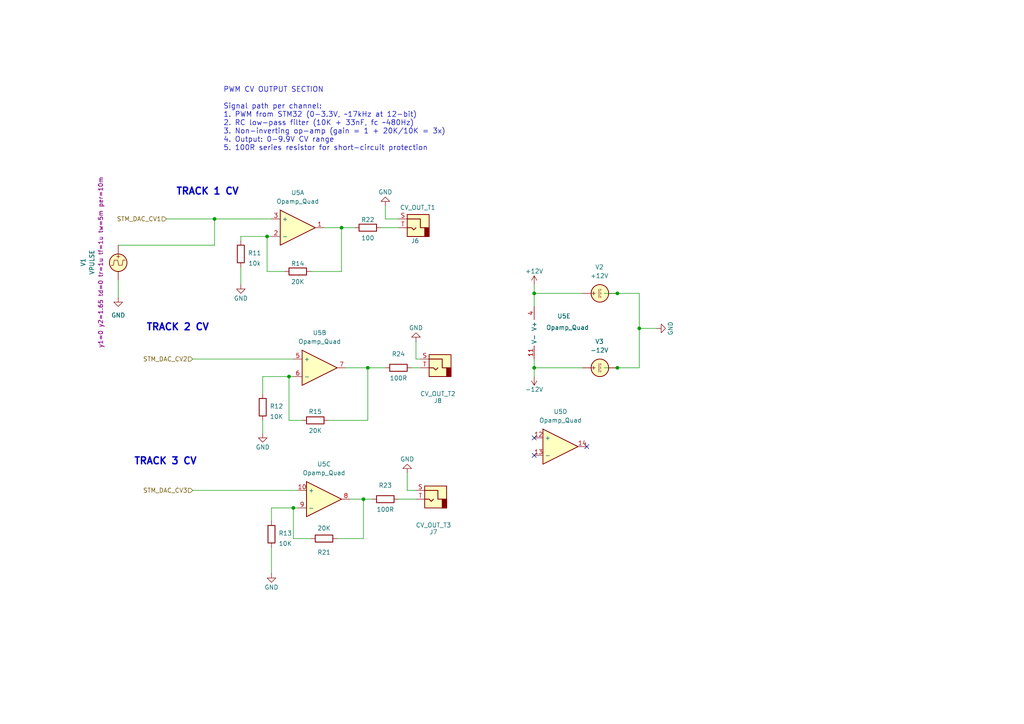
<source format=kicad_sch>
(kicad_sch (version 20250114) (generator "eeschema") (generator_version "9.0")
  (paper "A4")
  (title_block (title "SENGBARD - PWM CV Outputs") (date "2025-01-26") (rev "0.2") (comment 1 "PWM from STM32 + RC filter + TL072 gain stage") (comment 2 "3.3V PWM scaled to 0-10V CV output"))
  (lib_symbols
    (symbol "Connector:AudioJack2" (pin_names (offset 1.016) (hide yes))
      (property "Reference" "J" (at 0 8.89 0))
      (property "Value" "AudioJack2" (at 0 6.35 0))
      (symbol "AudioJack2_0_1"
        (rectangle (start -3.81 -2.54) (end -2.54 0) (stroke (width 0.254)) (fill (type outline)))
        (polyline (pts (xy 0 0) (xy 0.635 -0.635) (xy 1.27 0) (xy 2.54 0)) (stroke (width 0.254)))
        (rectangle (start 2.54 3.81) (end -3.81 -2.54) (stroke (width 0.254)) (fill (type background)))
        (polyline (pts (xy 2.54 2.54) (xy -1.27 2.54) (xy -1.27 0) (xy -2.54 0)) (stroke (width 0.254)))
      )
      (symbol "AudioJack2_1_1"
        (pin passive line (at 5.08 2.54 180) (length 2.54) (name "~") (number "S"))
        (pin passive line (at 5.08 0 180) (length 2.54) (name "~") (number "T"))
      )
    )
    (symbol "Device:Opamp_Quad"
      (property "Reference" "U" (at 0 5.08 0))
      (property "Value" "Opamp_Quad" (at 0 -5.08 0))
      (symbol "Opamp_Quad_1_1"
        (polyline (pts (xy -5.08 5.08) (xy 5.08 0) (xy -5.08 -5.08) (xy -5.08 5.08)) (stroke (width 0.254)) (fill (type background)))
        (pin input line (at -7.62 2.54 0) (length 2.54) (name "+") (number "3"))
        (pin input line (at -7.62 -2.54 0) (length 2.54) (name "-") (number "2"))
        (pin output line (at 7.62 0 180) (length 2.54) (name "~") (number "1"))
      )
      (symbol "Opamp_Quad_2_1"
        (polyline (pts (xy -5.08 5.08) (xy 5.08 0) (xy -5.08 -5.08) (xy -5.08 5.08)) (stroke (width 0.254)) (fill (type background)))
        (pin input line (at -7.62 2.54 0) (length 2.54) (name "+") (number "5"))
        (pin input line (at -7.62 -2.54 0) (length 2.54) (name "-") (number "6"))
        (pin output line (at 7.62 0 180) (length 2.54) (name "~") (number "7"))
      )
      (symbol "Opamp_Quad_3_1"
        (polyline (pts (xy -5.08 5.08) (xy 5.08 0) (xy -5.08 -5.08) (xy -5.08 5.08)) (stroke (width 0.254)) (fill (type background)))
        (pin input line (at -7.62 2.54 0) (length 2.54) (name "+") (number "10"))
        (pin input line (at -7.62 -2.54 0) (length 2.54) (name "-") (number "9"))
        (pin output line (at 7.62 0 180) (length 2.54) (name "~") (number "8"))
      )
      (symbol "Opamp_Quad_4_1"
        (polyline (pts (xy -5.08 5.08) (xy 5.08 0) (xy -5.08 -5.08) (xy -5.08 5.08)) (stroke (width 0.254)) (fill (type background)))
        (pin input line (at -7.62 2.54 0) (length 2.54) (name "+") (number "12"))
        (pin input line (at -7.62 -2.54 0) (length 2.54) (name "-") (number "13"))
        (pin output line (at 7.62 0 180) (length 2.54) (name "~") (number "14"))
      )
      (symbol "Opamp_Quad_5_1"
        (pin power_in line (at -2.54 7.62 270) (length 3.81) (name "V+") (number "4"))
        (pin power_in line (at -2.54 -7.62 90) (length 3.81) (name "V-") (number "11"))
      )
    )
    (symbol "Device:R" (pin_numbers (hide yes)) (pin_names (offset 0))
      (property "Reference" "R" (at 2.032 0 90))
      (property "Value" "R" (at 0 0 90))
      (symbol "R_0_1"
        (rectangle (start -1.016 -2.54) (end 1.016 2.54) (stroke (width 0.254)))
      )
      (symbol "R_1_1"
        (pin passive line (at 0 3.81 270) (length 1.27) (name "~") (number "1"))
        (pin passive line (at 0 -3.81 90) (length 1.27) (name "~") (number "2"))
      )
    )
    (symbol "GND_1" (power) (pin_numbers (hide yes)) (pin_names (offset 0) (hide yes))
      (property "Value" "GND" (at 0 -3.81 0))
      (symbol "GND_1_0_1"
        (polyline (pts (xy 0 0) (xy 0 -1.27) (xy 1.27 -1.27) (xy 0 -2.54) (xy -1.27 -1.27) (xy 0 -1.27)))
      )
      (symbol "GND_1_1_1"
        (pin power_in line (at 0 0 270) (length 0) (name "~") (number "1"))
      )
    )
    (symbol "Simulation_SPICE:VDC" (pin_numbers (hide yes)) (pin_names (offset 0.0254))
      (property "Reference" "V" (at 2.54 2.54 0))
      (property "Value" "1" (at 2.54 0 0))
      (symbol "VDC_0_0"
        (polyline (pts (xy -1.27 0.254) (xy 1.27 0.254)))
        (polyline (pts (xy -0.762 -0.254) (xy -1.27 -0.254)))
        (polyline (pts (xy 0.254 -0.254) (xy -0.254 -0.254)))
        (polyline (pts (xy 1.27 -0.254) (xy 0.762 -0.254)))
        (text "+" (at 0 1.905 0) (effects (font (size 1.27 1.27))))
      )
      (symbol "VDC_0_1"
        (circle (center 0 0) (radius 2.54) (stroke (width 0.254)) (fill (type background)))
      )
      (symbol "VDC_1_1"
        (pin passive line (at 0 5.08 270) (length 2.54) (name "~") (number "1"))
        (pin passive line (at 0 -5.08 90) (length 2.54) (name "~") (number "2"))
      )
    )
    (symbol "Simulation_SPICE:VPULSE" (pin_numbers (hide yes)) (pin_names (offset 0.0254))
      (property "Reference" "V" (at 2.54 2.54 0))
      (property "Value" "VPULSE" (at 2.54 0 0))
      (property "Sim.Params" "y1=0 y2=1 td=2n tr=2n tf=2n tw=50n per=100n" (at 2.54 -2.54 0))
      (symbol "VPULSE_0_0"
        (polyline (pts (xy -2.032 -0.762) (xy -1.397 -0.762) (xy -1.143 0.762) (xy -0.127 0.762) (xy 0.127 -0.762) (xy 1.143 -0.762) (xy 1.397 0.762) (xy 2.032 0.762)))
        (text "+" (at 0 1.905 0) (effects (font (size 1.27 1.27))))
      )
      (symbol "VPULSE_0_1"
        (circle (center 0 0) (radius 2.54) (stroke (width 0.254)) (fill (type background)))
      )
      (symbol "VPULSE_1_1"
        (pin passive line (at 0 5.08 270) (length 2.54) (name "~") (number "1"))
        (pin passive line (at 0 -5.08 90) (length 2.54) (name "~") (number "2"))
      )
    )
    (symbol "power:+12V" (power) (pin_numbers (hide yes)) (pin_names (offset 0) (hide yes))
      (property "Value" "+12V" (at 0 3.556 0))
      (symbol "+12V_0_1"
        (polyline (pts (xy -0.762 1.27) (xy 0 2.54)))
        (polyline (pts (xy 0 2.54) (xy 0.762 1.27)))
        (polyline (pts (xy 0 0) (xy 0 2.54)))
      )
      (symbol "+12V_1_1"
        (pin power_in line (at 0 0 90) (length 0) (name "~") (number "1"))
      )
    )
    (symbol "power:-12V" (power) (pin_numbers (hide yes)) (pin_names (offset 0) (hide yes))
      (property "Value" "-12V" (at 0 -3.556 0))
      (symbol "-12V_0_1"
        (polyline (pts (xy -0.762 -1.27) (xy 0 -2.54)))
        (polyline (pts (xy 0 0) (xy 0 -2.54)))
        (polyline (pts (xy 0 -2.54) (xy 0.762 -1.27)))
      )
      (symbol "-12V_1_1"
        (pin power_in line (at 0 0 270) (length 0) (name "~") (number "1"))
      )
    )
    (symbol "power:GND" (power) (pin_numbers (hide yes)) (pin_names (offset 0) (hide yes))
      (property "Value" "GND" (at 0 -3.81 0))
      (symbol "GND_0_1"
        (polyline (pts (xy 0 0) (xy 0 -1.27) (xy 1.27 -1.27) (xy 0 -2.54) (xy -1.27 -1.27) (xy 0 -1.27)))
      )
      (symbol "GND_1_1"
        (pin power_in line (at 0 0 270) (length 0) (name "~") (number "1"))
      )
    )
  )
  (text "PWM CV OUTPUT SECTION\n\nSignal path per channel:\n1. PWM from STM32 (0-3.3V, ~17kHz at 12-bit)\n2. RC low-pass filter (10K + 33nF, fc ~480Hz)\n3. Non-inverting op-amp (gain = 1 + 20K/10K = 3x)\n4. Output: 0-9.9V CV range\n5. 100R series resistor for short-circuit protection" (at 64.77 34.544 0) (effects (font (size 1.5 1.5)) (justify left)))
  (text "TRACK 1 CV" (at 60.198 55.626 0) (effects (font (size 2 2) (bold yes))))
  (text "TRACK 2 CV" (at 51.562 94.996 0) (effects (font (size 2 2) (bold yes))))
  (text "TRACK 3 CV" (at 48.006 133.858 0) (effects (font (size 2 2) (bold yes))))
  (junction (at 99.06 66.04))
  (junction (at 105.41 144.78))
  (junction (at 154.94 85.09))
  (junction (at 106.68 106.68))
  (junction (at 154.94 106.68))
  (junction (at 185.42 95.25))
  (junction (at 62.23 63.5))
  (junction (at 179.07 106.68))
  (junction (at 83.82 109.22))
  (junction (at 179.07 85.09))
  (junction (at 85.09 147.32))
  (junction (at 77.47 68.58))
  (no_connect (at 154.94 132.08))
  (no_connect (at 154.94 127))
  (no_connect (at 170.18 129.54))
  (wire (pts (xy 34.29 71.12) (xy 62.23 71.12)))
  (wire (pts (xy 83.82 109.22) (xy 76.2 109.22)))
  (wire (pts (xy 55.88 104.14) (xy 85.09 104.14)))
  (wire (pts (xy 85.09 147.32) (xy 78.74 147.32)))
  (wire (pts (xy 76.2 121.92) (xy 76.2 125.73)))
  (wire (pts (xy 48.26 63.5) (xy 62.23 63.5)))
  (wire (pts (xy 111.76 63.5) (xy 111.76 59.69)))
  (wire (pts (xy 107.95 144.78) (xy 105.41 144.78)))
  (wire (pts (xy 115.57 63.5) (xy 111.76 63.5)))
  (wire (pts (xy 62.23 71.12) (xy 62.23 63.5)))
  (wire (pts (xy 106.68 121.92) (xy 106.68 106.68)))
  (wire (pts (xy 120.65 144.78) (xy 115.57 144.78)))
  (wire (pts (xy 76.2 109.22) (xy 76.2 114.3)))
  (wire (pts (xy 105.41 144.78) (xy 101.6 144.78)))
  (wire (pts (xy 185.42 106.68) (xy 179.07 106.68)))
  (wire (pts (xy 78.74 68.58) (xy 77.47 68.58)))
  (wire (pts (xy 77.47 78.74) (xy 77.47 68.58)))
  (wire (pts (xy 34.29 81.28) (xy 34.29 86.36)))
  (wire (pts (xy 154.94 106.68) (xy 154.94 104.14)))
  (wire (pts (xy 69.85 68.58) (xy 69.85 69.85)))
  (wire (pts (xy 120.65 104.14) (xy 121.92 104.14)))
  (wire (pts (xy 154.94 85.09) (xy 154.94 88.9)))
  (wire (pts (xy 185.42 85.09) (xy 185.42 95.25)))
  (wire (pts (xy 85.09 109.22) (xy 83.82 109.22)))
  (wire (pts (xy 110.49 66.04) (xy 115.57 66.04)))
  (wire (pts (xy 87.63 121.92) (xy 83.82 121.92)))
  (wire (pts (xy 179.07 85.09) (xy 185.42 85.09)))
  (wire (pts (xy 118.11 142.24) (xy 118.11 137.16)))
  (wire (pts (xy 85.09 156.21) (xy 85.09 147.32)))
  (wire (pts (xy 78.74 147.32) (xy 78.74 151.13)))
  (wire (pts (xy 78.74 158.75) (xy 78.74 166.37)))
  (wire (pts (xy 106.68 106.68) (xy 111.76 106.68)))
  (wire (pts (xy 95.25 121.92) (xy 106.68 121.92)))
  (wire (pts (xy 90.17 78.74) (xy 99.06 78.74)))
  (wire (pts (xy 99.06 66.04) (xy 102.87 66.04)))
  (wire (pts (xy 82.55 78.74) (xy 77.47 78.74)))
  (wire (pts (xy 105.41 156.21) (xy 105.41 144.78)))
  (wire (pts (xy 154.94 106.68) (xy 168.91 106.68)))
  (wire (pts (xy 69.85 77.47) (xy 69.85 82.55)))
  (wire (pts (xy 190.5 95.25) (xy 185.42 95.25)))
  (wire (pts (xy 175.26 106.68) (xy 179.07 106.68)))
  (wire (pts (xy 119.38 106.68) (xy 121.92 106.68)))
  (wire (pts (xy 185.42 95.25) (xy 185.42 106.68)))
  (wire (pts (xy 154.94 109.22) (xy 154.94 106.68)))
  (wire (pts (xy 120.65 142.24) (xy 118.11 142.24)))
  (wire (pts (xy 86.36 147.32) (xy 85.09 147.32)))
  (wire (pts (xy 93.98 66.04) (xy 99.06 66.04)))
  (wire (pts (xy 62.23 63.5) (xy 78.74 63.5)))
  (wire (pts (xy 120.65 104.14) (xy 120.65 99.06)))
  (wire (pts (xy 90.17 156.21) (xy 85.09 156.21)))
  (wire (pts (xy 55.88 142.24) (xy 86.36 142.24)))
  (wire (pts (xy 154.94 82.55) (xy 154.94 85.09)))
  (wire (pts (xy 83.82 121.92) (xy 83.82 109.22)))
  (wire (pts (xy 97.79 156.21) (xy 105.41 156.21)))
  (wire (pts (xy 100.33 106.68) (xy 106.68 106.68)))
  (wire (pts (xy 175.26 85.09) (xy 179.07 85.09)))
  (wire (pts (xy 154.94 85.09) (xy 168.91 85.09)))
  (wire (pts (xy 77.47 68.58) (xy 69.85 68.58)))
  (wire (pts (xy 99.06 78.74) (xy 99.06 66.04)))
  (hierarchical_label "STM_DAC_CV2" (shape input) (at 55.88 104.14 180))
  (hierarchical_label "STM_DAC_CV1" (shape input) (at 48.26 63.5 180))
  (hierarchical_label "STM_DAC_CV3" (shape input) (at 55.88 142.24 180))
  (symbol (lib_id "Device:Opamp_Quad") (at 92.71 106.68 0) (unit 2)
    (property "Reference" "U5" (at 92.71 96.52 0))
    (property "Value" "Opamp_Quad" (at 92.71 99.06 0))
    (property "Footprint" "Package_DIP:DIP-14_W7.62mm" (effects (hide yes)))
    (property "Description" "Quad operational amplifier" (effects (hide yes)))
    (property "Sim.Library" "${KICAD9_SYMBOL_DIR}/Simulation_SPICE.sp" (effects (hide yes)))
    (property "Sim.Name" "kicad_builtin_opamp_quad" (effects (hide yes)))
    (property "Sim.Device" "SUBCKT" (effects (hide yes)))
    (property "Sim.Pins" "1=out1 2=in1- 3=in1+ 4=vcc 5=in2+ 6=in2- 7=out2 8=out3 9=in3- 10=in3+ 11=vee 12=in4+ 13=in4- 14=out4" (effects (hide yes)))
  )
  (symbol (lib_id "Device:Opamp_Quad") (at 162.56 129.54 0) (unit 4) (exclude_from_sim yes)
    (property "Reference" "U5" (at 162.56 119.38 0))
    (property "Value" "Opamp_Quad" (at 162.56 121.92 0))
    (property "Footprint" "Package_DIP:DIP-14_W7.62mm" (effects (hide yes)))
    (property "Description" "Quad operational amplifier" (effects (hide yes)))
    (property "Sim.Library" "${KICAD9_SYMBOL_DIR}/Simulation_SPICE.sp" (effects (hide yes)))
    (property "Sim.Name" "kicad_builtin_opamp_quad" (effects (hide yes)))
    (property "Sim.Device" "SUBCKT" (effects (hide yes)))
    (property "Sim.Pins" "1=out1 2=in1- 3=in1+ 4=vcc 5=in2+ 6=in2- 7=out2 8=out3 9=in3- 10=in3+ 11=vee 12=in4+ 13=in4- 14=out4" (effects (hide yes)))
  )
  (symbol (lib_id "Connector:AudioJack2") (at 127 106.68 0) (mirror y) (unit 1) (exclude_from_sim yes)
    (property "Reference" "J8" (at 127 116.22 0))
    (property "Value" "CV_OUT_T2" (at 127 114.22 0))
    (property "Footprint" "Connector_Audio:Jack_3.5mm_QingPu_WQP-PJ398SM_Vertical_CircularHoles" (effects (hide yes)))
    (property "Description" "Track 2 CV output jack" (effects (hide yes)))
  )
  (symbol (lib_id "Device:Opamp_Quad") (at 157.48 96.52 0) (unit 5)
    (property "Reference" "U5" (at 163.576 91.694 0))
    (property "Value" "Opamp_Quad" (at 164.592 94.996 0))
    (property "Footprint" "Package_DIP:DIP-14_W7.62mm" (effects (hide yes)))
    (property "Description" "Quad operational amplifier" (effects (hide yes)))
    (property "Sim.Library" "${KICAD9_SYMBOL_DIR}/Simulation_SPICE.sp" (effects (hide yes)))
    (property "Sim.Name" "kicad_builtin_opamp_quad" (effects (hide yes)))
    (property "Sim.Device" "SUBCKT" (effects (hide yes)))
    (property "Sim.Pins" "1=out1 2=in1- 3=in1+ 4=vcc 5=in2+ 6=in2- 7=out2 8=out3 9=in3- 10=in3+ 11=vee 12=in4+ 13=in4- 14=out4" (effects (hide yes)))
  )
  (symbol (lib_id "power:GND") (at 78.74 166.37 0) (unit 1)
    (property "Reference" "#PWR012" (effects (hide yes)))
    (property "Value" "GND" (at 78.74 170.35 0))
  )
  (symbol (lib_id "Device:R") (at 69.85 73.66 0) (unit 1)
    (property "Reference" "R11" (at 73.85 73.39 0))
    (property "Value" "10k" (at 73.85 76.39 0))
    (property "Footprint" "Resistor_SMD:R_0805_2012Metric" (effects (hide yes)))
    (property "Description" "Gain resistor (Rg) - Track 1" (effects (hide yes)))
  )
  (symbol (lib_id "Device:R") (at 106.68 66.04 90) (unit 1)
    (property "Reference" "R22" (at 106.68 63.754 90))
    (property "Value" "100" (at 106.68 69.04 90))
    (property "Footprint" "Resistor_SMD:R_0805_2012Metric" (effects (hide yes)))
    (property "Description" "Output protection - Track 1" (effects (hide yes)))
  )
  (symbol (lib_id "power:GND") (at 190.5 95.25 90) (unit 1)
    (property "Reference" "#PWR018" (effects (hide yes)))
    (property "Value" "GND" (at 194.48 95.25 0))
  )
  (symbol (lib_id "power:+12V") (at 154.94 82.55 0) (unit 1)
    (property "Reference" "#PWR016" (effects (hide yes)))
    (property "Value" "+12V" (at 154.94 78.67 0))
  )
  (symbol (lib_id "Simulation_SPICE:VPULSE") (at 34.29 76.2 0) (unit 1)
    (property "Reference" "V1" (at 24.13 76.0702 90))
    (property "Value" "VPULSE" (at 26.67 76.0702 90))
    (property "Datasheet" "https://ngspice.sourceforge.io/docs/ngspice-html-manual/manual.xhtml#sec_Independent_Sources_for" (effects (hide yes)))
    (property "Description" "Voltage source, pulse" (effects (hide yes)))
    (property "Sim.Pins" "1=+ 2=-" (effects (hide yes)))
    (property "Sim.Type" "PULSE" (effects (hide yes)))
    (property "Sim.Device" "V" (effects (hide yes)))
    (property "Sim.Params" "y1=0 y2=1.65 td=0 tr=1u tf=1u tw=5m per=10m" (at 29.21 76.0702 90))
  )
  (symbol (lib_id "power:GND") (at 69.85 82.55 0) (unit 1)
    (property "Reference" "#PWR03" (effects (hide yes)))
    (property "Value" "GND" (at 69.85 86.53 0))
  )
  (symbol (lib_id "power:GND") (at 118.11 137.16 180) (unit 1)
    (property "Reference" "#PWR014" (effects (hide yes)))
    (property "Value" "GND" (at 118.11 133.18 0))
  )
  (symbol (lib_id "Device:R") (at 111.76 144.78 90) (unit 1)
    (property "Reference" "R23" (at 111.76 140.78 90))
    (property "Value" "100R" (at 111.76 147.78 90))
    (property "Footprint" "Resistor_SMD:R_0805_2012Metric" (effects (hide yes)))
    (property "Description" "Output protection - Track 3" (effects (hide yes)))
  )
  (symbol (lib_id "power:GND") (at 120.65 99.06 180) (unit 1)
    (property "Reference" "#PWR015" (effects (hide yes)))
    (property "Value" "GND" (at 120.65 95.08 0))
  )
  (symbol (lib_id "power:-12V") (at 154.94 109.22 0) (unit 1)
    (property "Reference" "#PWR017" (effects (hide yes)))
    (property "Value" "-12V" (at 154.94 112.96 0))
  )
  (symbol (lib_id "Device:R") (at 86.36 78.74 90) (unit 1)
    (property "Reference" "R14" (at 86.36 76.454 90))
    (property "Value" "20K" (at 86.36 81.74 90))
    (property "Footprint" "Resistor_SMD:R_0805_2012Metric" (effects (hide yes)))
    (property "Description" "Feedback resistor (Rf) - Track 1" (effects (hide yes)))
  )
  (symbol (lib_id "Device:Opamp_Quad") (at 93.98 144.78 0) (unit 3)
    (property "Reference" "U5" (at 93.98 134.62 0))
    (property "Value" "Opamp_Quad" (at 93.98 137.16 0))
    (property "Footprint" "Package_DIP:DIP-14_W7.62mm" (effects (hide yes)))
    (property "Description" "Quad operational amplifier" (effects (hide yes)))
    (property "Sim.Library" "${KICAD9_SYMBOL_DIR}/Simulation_SPICE.sp" (effects (hide yes)))
    (property "Sim.Name" "kicad_builtin_opamp_quad" (effects (hide yes)))
    (property "Sim.Device" "SUBCKT" (effects (hide yes)))
    (property "Sim.Pins" "1=out1 2=in1- 3=in1+ 4=vcc 5=in2+ 6=in2- 7=out2 8=out3 9=in3- 10=in3+ 11=vee 12=in4+ 13=in4- 14=out4" (effects (hide yes)))
  )
  (symbol (lib_id "power:GND") (at 76.2 125.73 0) (unit 1)
    (property "Reference" "#PWR011" (effects (hide yes)))
    (property "Value" "GND" (at 76.2 129.71 0))
  )
  (symbol (lib_id "Connector:AudioJack2") (at 125.73 144.78 0) (mirror y) (unit 1) (exclude_from_sim yes)
    (property "Reference" "J7" (at 125.73 154.32 0))
    (property "Value" "CV_OUT_T3" (at 125.73 152.32 0))
    (property "Footprint" "Connector_Audio:Jack_3.5mm_QingPu_WQP-PJ398SM_Vertical_CircularHoles" (effects (hide yes)))
    (property "Description" "Track 3 CV output jack" (effects (hide yes)))
  )
  (symbol (lib_id "Device:R") (at 78.74 154.94 0) (unit 1)
    (property "Reference" "R13" (at 82.74 154.67 0))
    (property "Value" "10K" (at 82.74 157.67 0))
    (property "Footprint" "Resistor_SMD:R_0805_2012Metric" (effects (hide yes)))
    (property "Description" "Gain resistor (Rg) - Track 3" (effects (hide yes)))
  )
  (symbol (lib_id "Simulation_SPICE:VDC") (at 173.99 85.09 90) (unit 1)
    (property "Reference" "V2" (at 173.8602 77.47 90))
    (property "Value" "+12V" (at 173.8602 80.01 90))
    (property "Datasheet" "https://ngspice.sourceforge.io/docs/ngspice-html-manual/manual.xhtml#sec_Independent_Sources_for" (effects (hide yes)))
    (property "Description" "Voltage source, DC" (effects (hide yes)))
    (property "Sim.Pins" "1=+ 2=-" (effects (hide yes)))
    (property "Sim.Type" "DC" (effects (hide yes)))
    (property "Sim.Device" "V" (effects (hide yes)))
  )
  (symbol (lib_id "Device:R") (at 91.44 121.92 90) (unit 1)
    (property "Reference" "R15" (at 91.44 119.38 90))
    (property "Value" "20K" (at 91.44 124.92 90))
    (property "Footprint" "Resistor_SMD:R_0805_2012Metric" (effects (hide yes)))
    (property "Description" "Feedback resistor (Rf) - Track 2" (effects (hide yes)))
  )
  (symbol (lib_id "Connector:AudioJack2") (at 120.65 66.04 0) (mirror y) (unit 1) (exclude_from_sim yes)
    (property "Reference" "J6" (at 120.396 69.85 0))
    (property "Value" "CV_OUT_T1" (at 121.158 60.198 0))
    (property "Footprint" "Connector_Audio:Jack_3.5mm_QingPu_WQP-PJ398SM_Vertical_CircularHoles" (effects (hide yes)))
    (property "Description" "Track 1 CV output jack" (effects (hide yes)))
  )
  (symbol (lib_name "GND_1") (lib_id "power:GND") (at 34.29 86.36 0) (unit 1)
    (property "Reference" "#PWR02" (effects (hide yes)))
    (property "Value" "GND" (at 34.29 91.44 0))
    (property "Description" "Power symbol creates a global label with name \"GND\" , ground" (effects (hide yes)))
  )
  (symbol (lib_id "Simulation_SPICE:VDC") (at 173.99 106.68 90) (unit 1)
    (property "Reference" "V3" (at 173.8602 99.06 90))
    (property "Value" "-12V" (at 173.8602 101.6 90))
    (property "Datasheet" "https://ngspice.sourceforge.io/docs/ngspice-html-manual/manual.xhtml#sec_Independent_Sources_for" (effects (hide yes)))
    (property "Description" "Voltage source, DC" (effects (hide yes)))
    (property "Sim.Pins" "1=+ 2=-" (effects (hide yes)))
    (property "Sim.Type" "DC" (effects (hide yes)))
    (property "Sim.Device" "V" (effects (hide yes)))
  )
  (symbol (lib_id "Device:Opamp_Quad") (at 86.36 66.04 0) (unit 1)
    (property "Reference" "U5" (at 86.36 55.88 0))
    (property "Value" "Opamp_Quad" (at 86.36 58.42 0))
    (property "Footprint" "Package_DIP:DIP-14_W7.62mm" (effects (hide yes)))
    (property "Description" "Quad operational amplifier" (effects (hide yes)))
    (property "Sim.Library" "${KICAD9_SYMBOL_DIR}/Simulation_SPICE.sp" (effects (hide yes)))
    (property "Sim.Name" "kicad_builtin_opamp_quad" (effects (hide yes)))
    (property "Sim.Device" "SUBCKT" (effects (hide yes)))
    (property "Sim.Pins" "1=out1 2=in1- 3=in1+ 4=vcc 5=in2+ 6=in2- 7=out2 8=out3 9=in3- 10=in3+ 11=vee 12=in4+ 13=in4- 14=out4" (effects (hide yes)))
  )
  (symbol (lib_id "Device:R") (at 76.2 118.11 0) (unit 1)
    (property "Reference" "R12" (at 80.2 117.84 0))
    (property "Value" "10K" (at 80.2 120.84 0))
    (property "Footprint" "Resistor_SMD:R_0805_2012Metric" (effects (hide yes)))
    (property "Description" "Gain resistor (Rg) - Track 2" (effects (hide yes)))
  )
  (symbol (lib_id "Device:R") (at 115.57 106.68 90) (unit 1)
    (property "Reference" "R24" (at 115.57 102.68 90))
    (property "Value" "100R" (at 115.57 109.68 90))
    (property "Footprint" "Resistor_SMD:R_0805_2012Metric" (effects (hide yes)))
    (property "Description" "Output protection - Track 2" (effects (hide yes)))
  )
  (symbol (lib_id "power:GND") (at 111.76 59.69 180) (unit 1)
    (property "Reference" "#PWR013" (effects (hide yes)))
    (property "Value" "GND" (at 111.76 55.71 0))
  )
  (symbol (lib_id "Device:R") (at 93.98 156.21 270) (unit 1)
    (property "Reference" "R21" (at 93.98 160.21 90))
    (property "Value" "20K" (at 93.98 153.21 90))
    (property "Footprint" "Resistor_SMD:R_0805_2012Metric" (effects (hide yes)))
    (property "Description" "Feedback resistor (Rf) - Track 3" (effects (hide yes)))
  )
)
</source>
